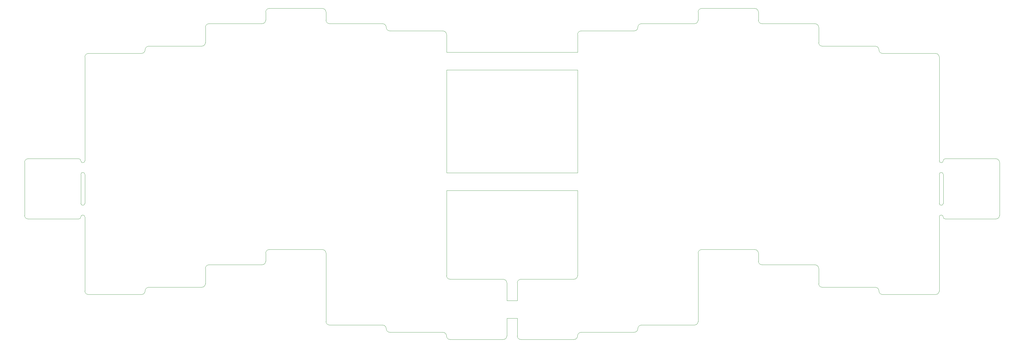
<source format=gm1>
G04 #@! TF.GenerationSoftware,KiCad,Pcbnew,(6.0.0-rc2-14-ga17a58203b)*
G04 #@! TF.CreationDate,2022-01-11T14:36:29+08:00*
G04 #@! TF.ProjectId,plate,706c6174-652e-46b6-9963-61645f706362,rev?*
G04 #@! TF.SameCoordinates,Original*
G04 #@! TF.FileFunction,Profile,NP*
%FSLAX46Y46*%
G04 Gerber Fmt 4.6, Leading zero omitted, Abs format (unit mm)*
G04 Created by KiCad (PCBNEW (6.0.0-rc2-14-ga17a58203b)) date 2022-01-11 14:36:29*
%MOMM*%
%LPD*%
G01*
G04 APERTURE LIST*
G04 #@! TA.AperFunction,Profile*
%ADD10C,0.100000*%
G04 #@! TD*
G04 APERTURE END LIST*
D10*
X247650000Y-186563000D02*
G75*
G03*
X246507000Y-187706000I0J-1143000D01*
G01*
X343026996Y-148082004D02*
X343026996Y-138937996D01*
X208407000Y-184404000D02*
X208407000Y-189992000D01*
X147955000Y-87630000D02*
X147955000Y-90170000D01*
X108712000Y-98425000D02*
G75*
G03*
X109855000Y-97282000I0J1143000D01*
G01*
X247650000Y-91313000D02*
X264414000Y-91313000D01*
X359664000Y-153035000D02*
X343662000Y-153035000D01*
X70484996Y-134620000D02*
G75*
G03*
X71119992Y-135254996I634996J0D01*
G01*
X227457000Y-144018000D02*
X186055000Y-144018000D01*
X127762000Y-167513000D02*
X110998000Y-167513000D01*
X322707000Y-175768000D02*
G75*
G03*
X321564000Y-174625000I-1143000J0D01*
G01*
X91948000Y-98425000D02*
X108712000Y-98425000D01*
X147955000Y-185420000D02*
G75*
G03*
X149098000Y-186563000I1143000J0D01*
G01*
X341757004Y-148082004D02*
G75*
G03*
X342392000Y-148717000I634996J0D01*
G01*
X245364000Y-188849000D02*
X228600000Y-188849000D01*
X167005000Y-92456000D02*
G75*
G03*
X165862000Y-91313000I-1143000J0D01*
G01*
X147955000Y-87630000D02*
G75*
G03*
X146812000Y-86487000I-1143000J0D01*
G01*
X109855000Y-168656000D02*
X109855000Y-173482000D01*
X69850000Y-153035000D02*
X53848000Y-153035000D01*
X285750000Y-91313000D02*
X302514000Y-91313000D01*
X203962000Y-191135000D02*
X187198000Y-191135000D01*
X186055000Y-189992000D02*
G75*
G03*
X184912000Y-188849000I-1143000J0D01*
G01*
X108712000Y-174625000D02*
X91948000Y-174625000D01*
X110998000Y-91313000D02*
X127762000Y-91313000D01*
X186055000Y-144018000D02*
X186055000Y-170942000D01*
X360807000Y-135128000D02*
X360807000Y-151892000D01*
X340614000Y-176911000D02*
G75*
G03*
X341757000Y-175768000I0J1143000D01*
G01*
X186055000Y-138430000D02*
X227457000Y-138430000D01*
X187198000Y-172085000D02*
X203962000Y-172085000D01*
X341757000Y-175768000D02*
X341757012Y-152400004D01*
X226314000Y-191135000D02*
G75*
G03*
X227457000Y-189992000I0J1143000D01*
G01*
X168148000Y-93599000D02*
X184912000Y-93599000D01*
X110998000Y-167513000D02*
G75*
G03*
X109855000Y-168656000I0J-1143000D01*
G01*
X342392008Y-135254996D02*
G75*
G03*
X343027004Y-134620000I0J634996D01*
G01*
X304800000Y-98425000D02*
X321564000Y-98425000D01*
X208407000Y-178816000D02*
X208407000Y-173228000D01*
X245364000Y-93599000D02*
G75*
G03*
X246507000Y-92456000I0J1143000D01*
G01*
X265557000Y-163830000D02*
X265557000Y-185420000D01*
X109855000Y-97282000D02*
X109855000Y-92456000D01*
X70485004Y-138937996D02*
X70485004Y-148082004D01*
X209550000Y-172085000D02*
G75*
G03*
X208407000Y-173228000I0J-1143000D01*
G01*
X165862000Y-186563000D02*
X149098000Y-186563000D01*
X71120000Y-138303000D02*
G75*
G03*
X70485004Y-138937996I0J-634996D01*
G01*
X184912000Y-188849000D02*
X168148000Y-188849000D01*
X284607000Y-90170000D02*
G75*
G03*
X285750000Y-91313000I1143000J0D01*
G01*
X226314000Y-172085000D02*
G75*
G03*
X227457000Y-170942000I0J1143000D01*
G01*
X205105000Y-184404000D02*
X208407000Y-184404000D01*
X266700000Y-86487000D02*
X283464000Y-86487000D01*
X70484996Y-134620000D02*
G75*
G03*
X69850000Y-133985004I-634996J0D01*
G01*
X266700000Y-86487000D02*
G75*
G03*
X265557000Y-87630000I0J-1143000D01*
G01*
X321564000Y-174625000D02*
X304800000Y-174625000D01*
X127762000Y-91313000D02*
G75*
G03*
X128905000Y-90170000I0J1143000D01*
G01*
X71119992Y-151765008D02*
G75*
G03*
X70484996Y-152400004I0J-634996D01*
G01*
X284607000Y-163830000D02*
G75*
G03*
X283464000Y-162687000I-1143000J0D01*
G01*
X130048000Y-86487000D02*
G75*
G03*
X128905000Y-87630000I0J-1143000D01*
G01*
X149098000Y-91313000D02*
X165862000Y-91313000D01*
X71755000Y-175768000D02*
G75*
G03*
X72898000Y-176911000I1143000J0D01*
G01*
X342392000Y-148717000D02*
G75*
G03*
X343026996Y-148082004I0J634996D01*
G01*
X52705000Y-151892000D02*
X52705000Y-135128000D01*
X167005000Y-187706000D02*
G75*
G03*
X168148000Y-188849000I1143000J0D01*
G01*
X186055000Y-94742000D02*
G75*
G03*
X184912000Y-93599000I-1143000J0D01*
G01*
X245364000Y-188849000D02*
G75*
G03*
X246507000Y-187706000I0J1143000D01*
G01*
X264414000Y-186563000D02*
X247650000Y-186563000D01*
X264414000Y-186563000D02*
G75*
G03*
X265557000Y-185420000I0J1143000D01*
G01*
X167005000Y-92456000D02*
G75*
G03*
X168148000Y-93599000I1143000J0D01*
G01*
X128905000Y-163830000D02*
X128905000Y-166370000D01*
X303657000Y-173482000D02*
X303657000Y-168656000D01*
X303657000Y-173482000D02*
G75*
G03*
X304800000Y-174625000I1143000J0D01*
G01*
X322707000Y-175768000D02*
G75*
G03*
X323850000Y-176911000I1143000J0D01*
G01*
X72898000Y-100711000D02*
X89662000Y-100711000D01*
X322707000Y-99568000D02*
G75*
G03*
X321564000Y-98425000I-1143000J0D01*
G01*
X128905000Y-90170000D02*
X128905000Y-87630000D01*
X227457000Y-170942000D02*
X227457000Y-144018000D01*
X186055000Y-105918000D02*
X227457000Y-105918000D01*
X167005000Y-187706000D02*
G75*
G03*
X165862000Y-186563000I-1143000J0D01*
G01*
X323850000Y-100711000D02*
X340614000Y-100711000D01*
X71754996Y-138937996D02*
G75*
G03*
X71120000Y-138303000I-634996J0D01*
G01*
X227457000Y-138430000D02*
X227457000Y-105918000D01*
X265557000Y-90170000D02*
X265557000Y-87630000D01*
X284607000Y-87630000D02*
G75*
G03*
X283464000Y-86487000I-1143000J0D01*
G01*
X264414000Y-91313000D02*
G75*
G03*
X265557000Y-90170000I0J1143000D01*
G01*
X110998000Y-91313000D02*
G75*
G03*
X109855000Y-92456000I0J-1143000D01*
G01*
X303657000Y-92456000D02*
G75*
G03*
X302514000Y-91313000I-1143000J0D01*
G01*
X108712000Y-174625000D02*
G75*
G03*
X109855000Y-173482000I0J1143000D01*
G01*
X303657000Y-97282000D02*
G75*
G03*
X304800000Y-98425000I1143000J0D01*
G01*
X147955000Y-163830000D02*
G75*
G03*
X146812000Y-162687000I-1143000J0D01*
G01*
X205105000Y-184404000D02*
X205105000Y-189992000D01*
X341757011Y-134619999D02*
X341757000Y-101854000D01*
X303657000Y-92456000D02*
X303657000Y-97282000D01*
X91948000Y-98425000D02*
G75*
G03*
X90805000Y-99568000I0J-1143000D01*
G01*
X71754988Y-152400004D02*
X71755000Y-175768000D01*
X284607000Y-166370000D02*
G75*
G03*
X285750000Y-167513000I1143000J0D01*
G01*
X52705000Y-151892000D02*
G75*
G03*
X53848000Y-153035000I1143000J0D01*
G01*
X227457000Y-100330000D02*
X186055000Y-100330000D01*
X186055000Y-100330000D02*
X186055000Y-94742000D01*
X341757011Y-134619999D02*
G75*
G03*
X342392007Y-135254995I634996J0D01*
G01*
X208407000Y-189992000D02*
G75*
G03*
X209550000Y-191135000I1143000J0D01*
G01*
X130048000Y-162687000D02*
G75*
G03*
X128905000Y-163830000I0J-1143000D01*
G01*
X343662000Y-133985004D02*
X359664000Y-133985000D01*
X89662000Y-176911000D02*
G75*
G03*
X90805000Y-175768000I0J1143000D01*
G01*
X228600000Y-188849000D02*
G75*
G03*
X227457000Y-189992000I0J-1143000D01*
G01*
X91948000Y-174625000D02*
G75*
G03*
X90805000Y-175768000I0J-1143000D01*
G01*
X342392008Y-151765008D02*
G75*
G03*
X341757012Y-152400004I0J-634996D01*
G01*
X227457000Y-94742000D02*
X227457000Y-100330000D01*
X341757004Y-138937996D02*
X341757004Y-148082004D01*
X70485004Y-148082004D02*
G75*
G03*
X71120000Y-148717000I634996J0D01*
G01*
X89662000Y-176911000D02*
X72898000Y-176911000D01*
X359664000Y-153035000D02*
G75*
G03*
X360807000Y-151892000I0J1143000D01*
G01*
X205105000Y-178816000D02*
X208407000Y-178816000D01*
X186055000Y-170942000D02*
G75*
G03*
X187198000Y-172085000I1143000J0D01*
G01*
X205105000Y-173228000D02*
X205105000Y-178816000D01*
X130048000Y-86487000D02*
X146812000Y-86487000D01*
X284607000Y-166370000D02*
X284607000Y-163830000D01*
X205105000Y-173228000D02*
G75*
G03*
X203962000Y-172085000I-1143000J0D01*
G01*
X146812000Y-162687000D02*
X130048000Y-162687000D01*
X89662000Y-100711000D02*
G75*
G03*
X90805000Y-99568000I0J1143000D01*
G01*
X228600000Y-93599000D02*
X245364000Y-93599000D01*
X127762000Y-167513000D02*
G75*
G03*
X128905000Y-166370000I0J1143000D01*
G01*
X322707000Y-99568000D02*
G75*
G03*
X323850000Y-100711000I1143000J0D01*
G01*
X343662000Y-133985004D02*
G75*
G03*
X343027004Y-134620000I0J-634996D01*
G01*
X147955000Y-90170000D02*
G75*
G03*
X149098000Y-91313000I1143000J0D01*
G01*
X147955000Y-185420000D02*
X147955000Y-163830000D01*
X343027004Y-152400004D02*
G75*
G03*
X342392008Y-151765008I-634996J0D01*
G01*
X302514000Y-167513000D02*
X285750000Y-167513000D01*
X203962000Y-191135000D02*
G75*
G03*
X205105000Y-189992000I0J1143000D01*
G01*
X71120000Y-148717000D02*
G75*
G03*
X71754996Y-148082004I0J634996D01*
G01*
X209550000Y-172085000D02*
X226314000Y-172085000D01*
X71754988Y-152400004D02*
G75*
G03*
X71119992Y-151765008I-634996J0D01*
G01*
X247650000Y-91313000D02*
G75*
G03*
X246507000Y-92456000I0J-1143000D01*
G01*
X342392000Y-138303000D02*
G75*
G03*
X341757004Y-138937996I0J-634996D01*
G01*
X226314000Y-191135000D02*
X209550000Y-191135000D01*
X53848000Y-133985000D02*
G75*
G03*
X52705000Y-135128000I0J-1143000D01*
G01*
X186055000Y-189992000D02*
G75*
G03*
X187198000Y-191135000I1143000J0D01*
G01*
X343026996Y-138937996D02*
G75*
G03*
X342392000Y-138303000I-634996J0D01*
G01*
X284607000Y-87630000D02*
X284607000Y-90170000D01*
X283464000Y-162687000D02*
X266700000Y-162687000D01*
X343027004Y-152400004D02*
G75*
G03*
X343662000Y-153035000I634996J0D01*
G01*
X340614000Y-176911000D02*
X323850000Y-176911000D01*
X72898000Y-100711000D02*
G75*
G03*
X71755000Y-101854000I0J-1143000D01*
G01*
X71754996Y-148082004D02*
X71754996Y-138937996D01*
X69850000Y-153035000D02*
G75*
G03*
X70484996Y-152400004I0J634996D01*
G01*
X228600000Y-93599000D02*
G75*
G03*
X227457000Y-94742000I0J-1143000D01*
G01*
X53848000Y-133985000D02*
X69850000Y-133985004D01*
X266700000Y-162687000D02*
G75*
G03*
X265557000Y-163830000I0J-1143000D01*
G01*
X341757000Y-101854000D02*
G75*
G03*
X340614000Y-100711000I-1143000J0D01*
G01*
X303657000Y-168656000D02*
G75*
G03*
X302514000Y-167513000I-1143000J0D01*
G01*
X71755000Y-101854000D02*
X71754989Y-134619999D01*
X186055000Y-105918000D02*
X186055000Y-138430000D01*
X360807000Y-135128000D02*
G75*
G03*
X359664000Y-133985000I-1143000J0D01*
G01*
X71119993Y-135254995D02*
G75*
G03*
X71754989Y-134619999I0J634996D01*
G01*
M02*

</source>
